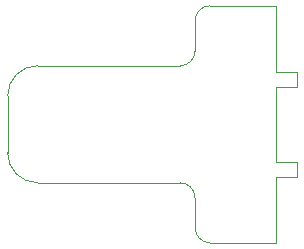
<source format=gbr>
%TF.GenerationSoftware,KiCad,Pcbnew,(5.1.9-0-10_14)*%
%TF.CreationDate,2021-02-05T22:05:55+01:00*%
%TF.ProjectId,itho_rv_sensor,6974686f-5f72-4765-9f73-656e736f722e,rev?*%
%TF.SameCoordinates,Original*%
%TF.FileFunction,Profile,NP*%
%FSLAX46Y46*%
G04 Gerber Fmt 4.6, Leading zero omitted, Abs format (unit mm)*
G04 Created by KiCad (PCBNEW (5.1.9-0-10_14)) date 2021-02-05 22:05:55*
%MOMM*%
%LPD*%
G01*
G04 APERTURE LIST*
%TA.AperFunction,Profile*%
%ADD10C,0.050000*%
%TD*%
G04 APERTURE END LIST*
D10*
X130048000Y-110871000D02*
X130048000Y-108331000D01*
X130048000Y-95885000D02*
X130048000Y-93345000D01*
X136906000Y-97663000D02*
X136906000Y-92075000D01*
X138684000Y-97663000D02*
X136906000Y-97663000D01*
X138684000Y-98933000D02*
X138684000Y-97663000D01*
X136906000Y-98933000D02*
X138684000Y-98933000D01*
X136906000Y-105283000D02*
X136906000Y-98933000D01*
X138684000Y-105283000D02*
X136906000Y-105283000D01*
X138684000Y-106553000D02*
X138684000Y-105283000D01*
X136906000Y-106553000D02*
X138684000Y-106553000D01*
X136906000Y-112141000D02*
X136906000Y-106553000D01*
X130048000Y-95885000D02*
G75*
G02*
X128778000Y-97155000I-1270000J0D01*
G01*
X128778000Y-107061000D02*
G75*
G02*
X130048000Y-108331000I0J-1270000D01*
G01*
X131318000Y-112141000D02*
G75*
G02*
X130048000Y-110871000I0J1270000D01*
G01*
X130048000Y-93345000D02*
G75*
G02*
X131318000Y-92075000I1270000J0D01*
G01*
X128778000Y-107061000D02*
X116713000Y-107061000D01*
X116713000Y-107061000D02*
G75*
G02*
X114173000Y-104521000I0J2540000D01*
G01*
X116713000Y-97155000D02*
X128778000Y-97155000D01*
X114173000Y-99695000D02*
G75*
G02*
X116713000Y-97155000I2540000J0D01*
G01*
X131318000Y-112141000D02*
X136906000Y-112141000D01*
X114173000Y-99695000D02*
X114173000Y-104521000D01*
X136906000Y-92075000D02*
X131318000Y-92075000D01*
M02*

</source>
